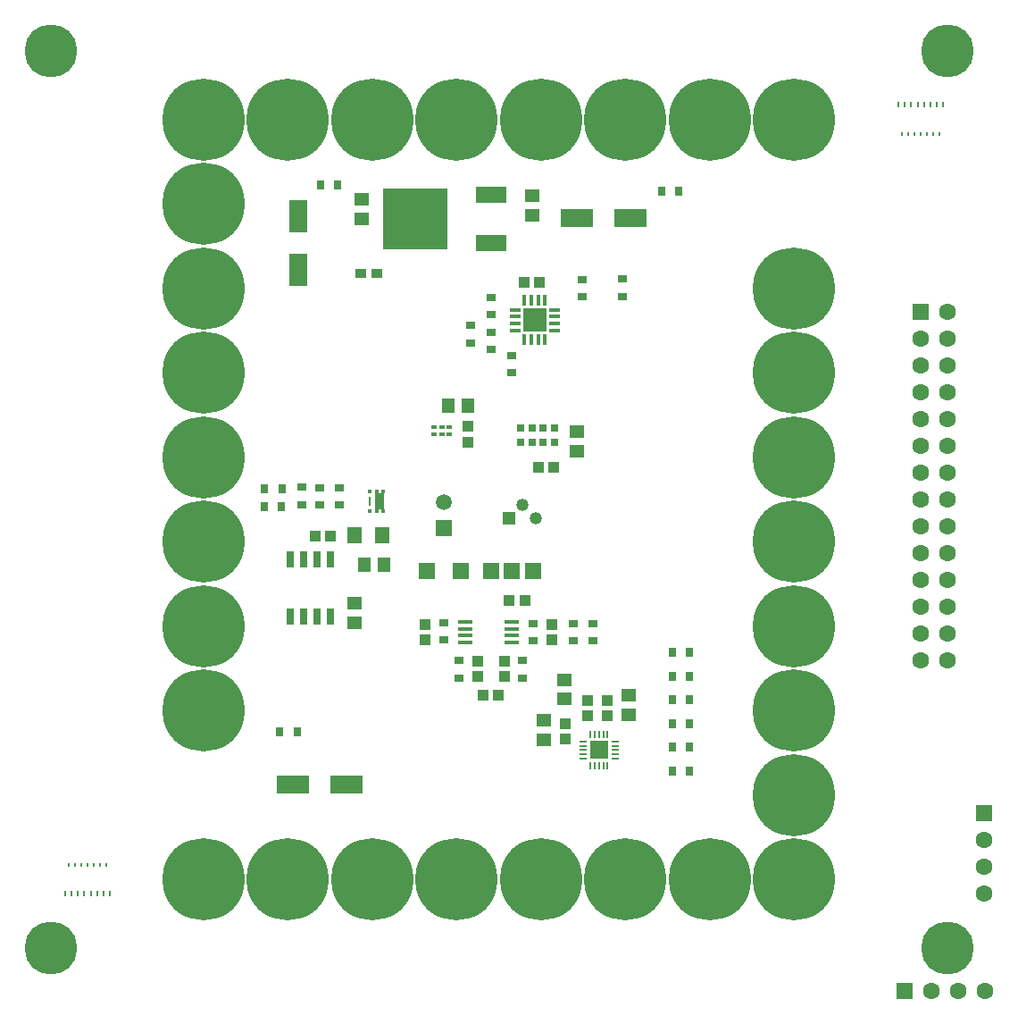
<source format=gbr>
%TF.GenerationSoftware,Altium Limited,Altium Designer,23.9.2 (47)*%
G04 Layer_Color=255*
%FSLAX45Y45*%
%MOMM*%
%TF.SameCoordinates,C134C5B9-E2B3-4718-B1A9-C3C336A3467B*%
%TF.FilePolarity,Positive*%
%TF.FileFunction,Pads,Top*%
%TF.Part,Single*%
G01*
G75*
%TA.AperFunction,SMDPad,CuDef*%
%ADD10R,1.50000X1.50000*%
%ADD11R,0.90000X0.70000*%
%ADD12R,0.70000X0.90000*%
%ADD13R,1.00000X1.00000*%
%ADD14R,0.65000X1.52800*%
%ADD15R,1.35000X1.65000*%
%ADD16R,0.30000X0.35000*%
%ADD17R,0.95000X1.50000*%
%ADD18R,0.23500X0.87000*%
%ADD19R,1.30000X1.45000*%
%ADD20R,3.15000X1.80000*%
G04:AMPARAMS|DCode=21|XSize=0.23mm|YSize=0.44mm|CornerRadius=0.023mm|HoleSize=0mm|Usage=FLASHONLY|Rotation=0.000|XOffset=0mm|YOffset=0mm|HoleType=Round|Shape=RoundedRectangle|*
%AMROUNDEDRECTD21*
21,1,0.23000,0.39400,0,0,0.0*
21,1,0.18400,0.44000,0,0,0.0*
1,1,0.04600,0.09200,-0.19700*
1,1,0.04600,-0.09200,-0.19700*
1,1,0.04600,-0.09200,0.19700*
1,1,0.04600,0.09200,0.19700*
%
%ADD21ROUNDEDRECTD21*%
G04:AMPARAMS|DCode=22|XSize=0.23mm|YSize=0.34mm|CornerRadius=0.023mm|HoleSize=0mm|Usage=FLASHONLY|Rotation=0.000|XOffset=0mm|YOffset=0mm|HoleType=Round|Shape=RoundedRectangle|*
%AMROUNDEDRECTD22*
21,1,0.23000,0.29400,0,0,0.0*
21,1,0.18400,0.34000,0,0,0.0*
1,1,0.04600,0.09200,-0.14700*
1,1,0.04600,-0.09200,-0.14700*
1,1,0.04600,-0.09200,0.14700*
1,1,0.04600,0.09200,0.14700*
%
%ADD22ROUNDEDRECTD22*%
%ADD23R,1.45000X1.30000*%
%ADD24R,0.72500X0.70000*%
%ADD25R,1.00000X1.00000*%
%ADD26R,0.99000X0.94000*%
%ADD27R,1.80000X3.15000*%
%ADD28R,3.00000X1.60000*%
%ADD29R,6.20000X5.80000*%
%ADD30R,1.05000X0.35000*%
%ADD31R,0.35000X1.05000*%
%ADD32R,2.26000X2.26000*%
%ADD33R,1.80000X1.80000*%
%ADD34R,0.20000X0.80000*%
%ADD35R,0.80000X0.20000*%
%ADD36R,1.42500X0.45000*%
%ADD37R,1.50000X1.50000*%
%ADD38R,0.50000X0.40000*%
%TA.AperFunction,ComponentPad*%
%ADD45C,1.60000*%
%ADD46R,1.60000X1.60000*%
%TA.AperFunction,ViaPad*%
%ADD47C,5.00000*%
%TA.AperFunction,ComponentPad*%
%ADD48C,1.50000*%
%ADD49R,1.50000X1.50000*%
%ADD50C,7.80000*%
%ADD51R,1.60000X1.60000*%
%ADD52C,1.19200*%
%ADD53R,1.19200X1.19200*%
D10*
X-4250000Y-4250000D02*
D03*
D11*
X890000Y-1177300D02*
D03*
Y-1342700D02*
D03*
X710000Y-1342700D02*
D03*
Y-1177300D02*
D03*
X-1510000Y112700D02*
D03*
Y-52700D02*
D03*
X-1700000Y112700D02*
D03*
Y-52700D02*
D03*
X-1870000Y-50000D02*
D03*
Y115400D02*
D03*
X226625Y-1690850D02*
D03*
Y-1525450D02*
D03*
X325000Y-1175225D02*
D03*
Y-1340625D02*
D03*
X-525000Y-1332925D02*
D03*
Y-1167525D02*
D03*
X-375425Y-1690850D02*
D03*
Y-1525450D02*
D03*
X790000Y2082700D02*
D03*
Y1917300D02*
D03*
X-70000Y1747300D02*
D03*
Y1912700D02*
D03*
X120000Y1200075D02*
D03*
Y1365475D02*
D03*
X-270000Y1650000D02*
D03*
Y1484600D02*
D03*
X1170000Y2090000D02*
D03*
Y1924600D02*
D03*
X-70000Y1582700D02*
D03*
Y1417300D02*
D03*
D12*
X-2222700Y100000D02*
D03*
X-2057300D02*
D03*
X-2060000Y-70000D02*
D03*
X-2225400D02*
D03*
X1540000Y2920000D02*
D03*
X1705400D02*
D03*
X-2080000Y-2200000D02*
D03*
X-1914600D02*
D03*
X1807700Y-1450000D02*
D03*
X1642300D02*
D03*
Y-1675000D02*
D03*
X1807700D02*
D03*
X1642300Y-1900001D02*
D03*
X1807700D02*
D03*
Y-2125000D02*
D03*
X1642300D02*
D03*
Y-2350000D02*
D03*
X1807700D02*
D03*
X1642300Y-2575000D02*
D03*
X1807700D02*
D03*
X-1692700Y2980000D02*
D03*
X-1527300D02*
D03*
D13*
X-1740000Y-350000D02*
D03*
X-1594600D02*
D03*
X522700Y302475D02*
D03*
X377300D02*
D03*
X-2300Y-1853276D02*
D03*
X-147700D02*
D03*
X100000Y-960000D02*
D03*
X245400D02*
D03*
X237300Y2060000D02*
D03*
X382700D02*
D03*
D14*
X-1599500Y-568900D02*
D03*
X-1726500D02*
D03*
X-1853500D02*
D03*
X-1980500D02*
D03*
Y-1111100D02*
D03*
X-1853500D02*
D03*
X-1726500D02*
D03*
X-1599500D02*
D03*
D15*
X-1372500Y-340000D02*
D03*
X-1107500D02*
D03*
D16*
X-1095000Y72500D02*
D03*
X-1160000D02*
D03*
X-1225000D02*
D03*
Y-112500D02*
D03*
X-1160000D02*
D03*
X-1095000D02*
D03*
D17*
X-1127500Y-20000D02*
D03*
D18*
X-1226800D02*
D03*
D19*
X-1272700Y-620000D02*
D03*
X-1087300D02*
D03*
X-297300Y892000D02*
D03*
X-482700D02*
D03*
D20*
X-1955000Y-2700000D02*
D03*
X-1445000D02*
D03*
X1250000Y2670000D02*
D03*
X740000D02*
D03*
D21*
X-4110000Y-3738000D02*
D03*
X-4050000D02*
D03*
X-3990000D02*
D03*
X-3930000D02*
D03*
X-3870000D02*
D03*
X-3810000D02*
D03*
X-3750000D02*
D03*
X-3690000D02*
D03*
X4210000Y3738000D02*
D03*
X4150000D02*
D03*
X4090000D02*
D03*
X4030000D02*
D03*
X3970000D02*
D03*
X3910000D02*
D03*
X3850000D02*
D03*
X3790000D02*
D03*
D22*
X-4080000Y-3462000D02*
D03*
X-4020000D02*
D03*
X-3960000D02*
D03*
X-3900000D02*
D03*
X-3840000D02*
D03*
X-3780000D02*
D03*
X-3720000D02*
D03*
X4180000Y3462000D02*
D03*
X4120000D02*
D03*
X4060000D02*
D03*
X4000000D02*
D03*
X3940000D02*
D03*
X3880000D02*
D03*
X3820000D02*
D03*
D23*
X-1300325Y2657300D02*
D03*
Y2842700D02*
D03*
X740000Y642700D02*
D03*
Y457300D02*
D03*
X-1370000Y-987300D02*
D03*
Y-1172700D02*
D03*
X425449Y-2093326D02*
D03*
Y-2278726D02*
D03*
X625000Y-1892700D02*
D03*
Y-1707300D02*
D03*
X1231625Y-2042700D02*
D03*
Y-1857300D02*
D03*
X320000Y2875400D02*
D03*
Y2690000D02*
D03*
D24*
X205000Y680000D02*
D03*
X312500D02*
D03*
X420000D02*
D03*
X527500D02*
D03*
Y540000D02*
D03*
X420000D02*
D03*
X312500D02*
D03*
X205000D02*
D03*
D25*
X632075Y-2272700D02*
D03*
Y-2127300D02*
D03*
X1025000Y-1902300D02*
D03*
Y-2047700D02*
D03*
X843374Y-1902300D02*
D03*
Y-2047700D02*
D03*
X-290000Y689700D02*
D03*
Y544300D02*
D03*
X-200000Y-1535451D02*
D03*
Y-1680851D02*
D03*
X50000Y-1535451D02*
D03*
Y-1680851D02*
D03*
X501626Y-1330625D02*
D03*
Y-1185225D02*
D03*
X-700426Y-1330625D02*
D03*
Y-1185225D02*
D03*
D26*
X-1160000Y2140475D02*
D03*
X-1307000D02*
D03*
D27*
X-1900000Y2175000D02*
D03*
Y2685000D02*
D03*
D28*
X-71800Y2888500D02*
D03*
Y2431500D02*
D03*
D29*
X-789800Y2660000D02*
D03*
D30*
X155000Y1797500D02*
D03*
Y1732500D02*
D03*
Y1667500D02*
D03*
Y1602500D02*
D03*
X525000D02*
D03*
Y1667500D02*
D03*
Y1732500D02*
D03*
Y1797500D02*
D03*
D31*
X242500Y1515000D02*
D03*
X307500D02*
D03*
X372500D02*
D03*
X437500D02*
D03*
Y1885000D02*
D03*
X372500D02*
D03*
X307500D02*
D03*
X242500D02*
D03*
D32*
X340000Y1700000D02*
D03*
D33*
X950000Y-2375000D02*
D03*
D34*
X870000Y-2225000D02*
D03*
X910000D02*
D03*
X950000D02*
D03*
X990000D02*
D03*
X1030000D02*
D03*
Y-2525000D02*
D03*
X990000D02*
D03*
X950000D02*
D03*
X910000D02*
D03*
X870000D02*
D03*
D35*
X1100000Y-2295000D02*
D03*
Y-2335000D02*
D03*
Y-2375000D02*
D03*
Y-2415000D02*
D03*
Y-2455000D02*
D03*
X800000D02*
D03*
Y-2415000D02*
D03*
Y-2375000D02*
D03*
Y-2335000D02*
D03*
Y-2295000D02*
D03*
D36*
X-321200Y-1160425D02*
D03*
Y-1225425D02*
D03*
Y-1290425D02*
D03*
Y-1355425D02*
D03*
X121200D02*
D03*
Y-1290425D02*
D03*
Y-1225425D02*
D03*
Y-1160425D02*
D03*
D37*
X-74415Y-675000D02*
D03*
X325586D02*
D03*
X125585D02*
D03*
X-365000D02*
D03*
X-685000D02*
D03*
D38*
X-612500Y687000D02*
D03*
X-540000D02*
D03*
X-467500D02*
D03*
Y617000D02*
D03*
X-540000D02*
D03*
X-612500D02*
D03*
D45*
X4610000Y-4660000D02*
D03*
X4356000D02*
D03*
X4102000D02*
D03*
X4600000Y-3733000D02*
D03*
Y-3479000D02*
D03*
Y-3225000D02*
D03*
X4254000Y1016400D02*
D03*
X4000000Y-1269600D02*
D03*
X4254000Y1270400D02*
D03*
X4000000Y-1523600D02*
D03*
X4254000D02*
D03*
Y-1269600D02*
D03*
Y-1015600D02*
D03*
Y-761600D02*
D03*
Y-507600D02*
D03*
Y-253600D02*
D03*
Y400D02*
D03*
Y254400D02*
D03*
Y508400D02*
D03*
Y762400D02*
D03*
X4000000Y-1015600D02*
D03*
Y-761600D02*
D03*
Y-507600D02*
D03*
Y-253600D02*
D03*
Y400D02*
D03*
Y254400D02*
D03*
Y508400D02*
D03*
Y762400D02*
D03*
Y1016400D02*
D03*
Y1270400D02*
D03*
Y1524400D02*
D03*
X4254000D02*
D03*
Y1778400D02*
D03*
D46*
X3848000Y-4660000D02*
D03*
D47*
X4250000Y4250000D02*
D03*
X-4250000D02*
D03*
Y-4250000D02*
D03*
X4250000D02*
D03*
D48*
X-525000Y-25000D02*
D03*
D49*
Y-275000D02*
D03*
D50*
X2800000Y1200000D02*
D03*
Y400000D02*
D03*
Y-400000D02*
D03*
Y-1200000D02*
D03*
Y-2000000D02*
D03*
Y-2799999D02*
D03*
Y-3599999D02*
D03*
X-2800000Y1200000D02*
D03*
Y2000000D02*
D03*
Y-1200000D02*
D03*
Y-400000D02*
D03*
Y400000D02*
D03*
Y2800000D02*
D03*
X2800000Y3600000D02*
D03*
X-1200000D02*
D03*
X-2000000D02*
D03*
X1200000D02*
D03*
X2000000D02*
D03*
X400000D02*
D03*
X-400000D02*
D03*
X-2800000D02*
D03*
X-1200000Y-3600000D02*
D03*
X-2000000D02*
D03*
X1200000D02*
D03*
X2000000D02*
D03*
X400000D02*
D03*
X-400000D02*
D03*
X-2800000D02*
D03*
Y-2000000D02*
D03*
X2800000Y2000000D02*
D03*
D51*
X4600000Y-2971000D02*
D03*
X4000000Y1778400D02*
D03*
D52*
X223000Y-48000D02*
D03*
X350000Y-175000D02*
D03*
D53*
X96000D02*
D03*
%TF.MD5,76b8fed6ed628e312efb2d8b0fdb66c4*%
M02*

</source>
